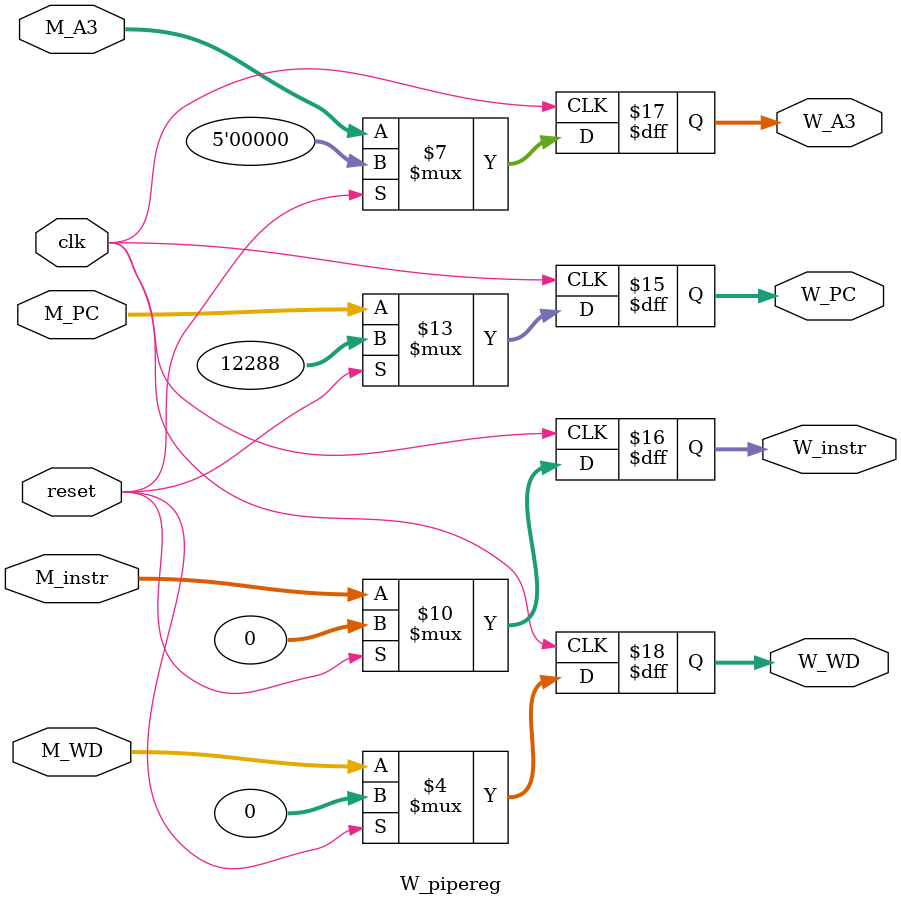
<source format=v>
`timescale 1ns / 1ps
`define PC_DEFAULT	32'h0000_3000
module W_pipereg(
	 input clk,
	 input reset,
	 
	 input [31:0] M_PC,
	 input [31:0] M_instr,
	 input [4:0] M_A3,
	 input [31:0] M_WD,
	 
	 output reg [31:0] W_PC,
	 output reg [31:0] W_instr,
	 output reg [4:0] W_A3,
	 output reg [31:0] W_WD
    );
	 
	 initial begin
		W_PC <= `PC_DEFAULT;
		W_instr <= 0;
		W_A3 <= 0;
		W_WD <= 0;
	 end
	 
	 always @(posedge clk) begin
		if (reset) begin
			W_PC <= `PC_DEFAULT;
			W_instr <= 0;
			W_A3 <= 0;
			W_WD <= 0;
		end
		else begin
			W_PC <= M_PC;
			W_instr <= M_instr;
			W_A3 <= M_A3;
			W_WD <= M_WD;
		end
	 end
	 

endmodule

</source>
